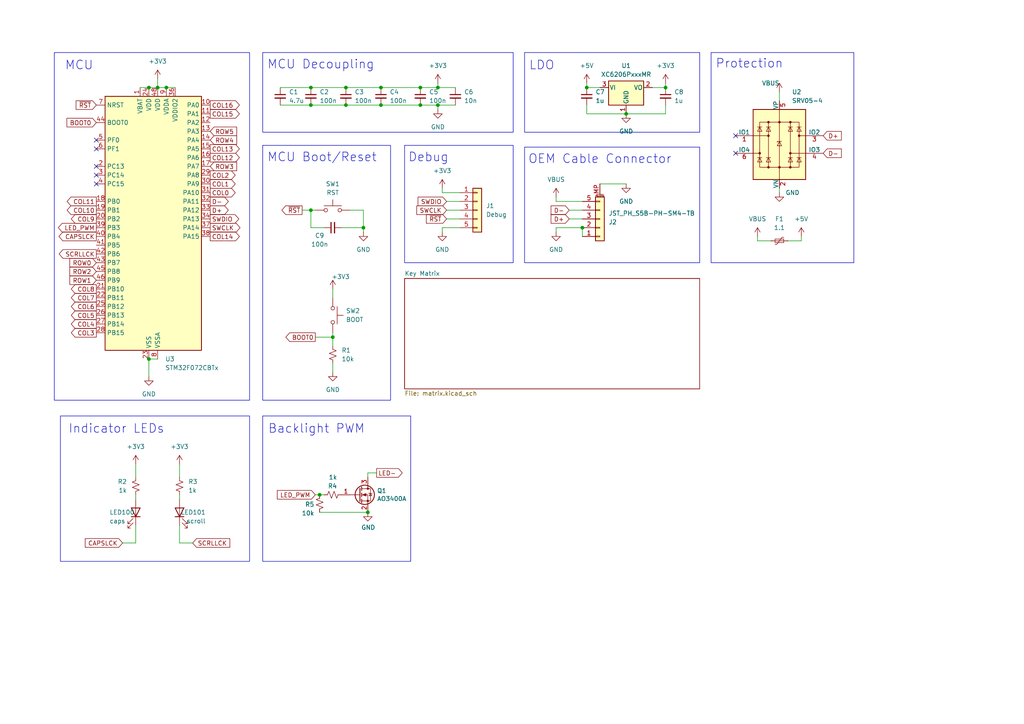
<source format=kicad_sch>
(kicad_sch (version 20231120) (generator "eeschema") (generator_version "8.0")
  (paper "A4")
  (title_block (title "Ghoul TKL") (date "2024-12-29") (rev "1.0"))
  (lib_symbols
    (symbol "Connector_Generic:Conn_01x05" (pin_names (offset 1.016) hide)
      (property "Reference" "J" (at 0 7.62 0))
      (property "Value" "Conn_01x05" (at 0 -7.62 0))
      (symbol "Conn_01x05_1_1"
        (rectangle (start -1.27 -4.953) (end 0 -5.207) (stroke (width 0.1524)))
        (rectangle (start -1.27 -2.413) (end 0 -2.667) (stroke (width 0.1524)))
        (rectangle (start -1.27 0.127) (end 0 -0.127) (stroke (width 0.1524)))
        (rectangle (start -1.27 2.667) (end 0 2.413) (stroke (width 0.1524)))
        (rectangle (start -1.27 5.207) (end 0 4.953) (stroke (width 0.1524)))
        (rectangle (start -1.27 6.35) (end 1.27 -6.35) (stroke (width 0.254)) (fill (type background)))
        (pin passive line (at -5.08 5.08 0) (length 3.81) (name "Pin_1") (number "1"))
        (pin passive line (at -5.08 2.54 0) (length 3.81) (name "Pin_2") (number "2"))
        (pin passive line (at -5.08 0 0) (length 3.81) (name "Pin_3") (number "3"))
        (pin passive line (at -5.08 -2.54 0) (length 3.81) (name "Pin_4") (number "4"))
        (pin passive line (at -5.08 -5.08 0) (length 3.81) (name "Pin_5") (number "5"))
      )
    )
    (symbol "Connector_Generic_MountingPin:Conn_01x05_MountingPin" (pin_names (offset 1.016) hide)
      (property "Reference" "J" (at 0 7.62 0))
      (property "Value" "Conn_01x05_MountingPin" (at 1.27 -7.62 0))
      (symbol "Conn_01x05_MountingPin_1_1"
        (rectangle (start -1.27 -4.953) (end 0 -5.207) (stroke (width 0.1524)))
        (rectangle (start -1.27 -2.413) (end 0 -2.667) (stroke (width 0.1524)))
        (rectangle (start -1.27 0.127) (end 0 -0.127) (stroke (width 0.1524)))
        (rectangle (start -1.27 2.667) (end 0 2.413) (stroke (width 0.1524)))
        (rectangle (start -1.27 5.207) (end 0 4.953) (stroke (width 0.1524)))
        (rectangle (start -1.27 6.35) (end 1.27 -6.35) (stroke (width 0.254)) (fill (type background)))
        (polyline (pts (xy -1.016 -7.112) (xy 1.016 -7.112)) (stroke (width 0.1524)))
        (text "Mounting" (at 0 -6.731 0) (effects (font (size 0.381 0.381))))
        (pin passive line (at -5.08 5.08 0) (length 3.81) (name "Pin_1") (number "1"))
        (pin passive line (at -5.08 2.54 0) (length 3.81) (name "Pin_2") (number "2"))
        (pin passive line (at -5.08 0 0) (length 3.81) (name "Pin_3") (number "3"))
        (pin passive line (at -5.08 -2.54 0) (length 3.81) (name "Pin_4") (number "4"))
        (pin passive line (at -5.08 -5.08 0) (length 3.81) (name "Pin_5") (number "5"))
        (pin passive line (at 0 -10.16 90) (length 3.048) (name "MountPin") (number "MP"))
      )
    )
    (symbol "Device:C_Small" (pin_numbers hide) (pin_names (offset 0.254) hide)
      (property "Reference" "C" (at 0.254 1.778 0))
      (property "Value" "C_Small" (at 0.254 -2.032 0))
      (symbol "C_Small_0_1"
        (polyline (pts (xy -1.524 -0.508) (xy 1.524 -0.508)) (stroke (width 0.3302)))
        (polyline (pts (xy -1.524 0.508) (xy 1.524 0.508)) (stroke (width 0.3048)))
      )
      (symbol "C_Small_1_1"
        (pin passive line (at 0 2.54 270) (length 2.032) (name "~") (number "1"))
        (pin passive line (at 0 -2.54 90) (length 2.032) (name "~") (number "2"))
      )
    )
    (symbol "Device:LED" (pin_numbers hide) (pin_names (offset 1.016) hide)
      (property "Reference" "D" (at 0 2.54 0))
      (property "Value" "LED" (at 0 -2.54 0))
      (symbol "LED_0_1"
        (polyline (pts (xy -1.27 -1.27) (xy -1.27 1.27)) (stroke (width 0.254)))
        (polyline (pts (xy -1.27 0) (xy 1.27 0)))
        (polyline (pts (xy 1.27 -1.27) (xy 1.27 1.27) (xy -1.27 0) (xy 1.27 -1.27)) (stroke (width 0.254)))
        (polyline (pts (xy -3.048 -0.762) (xy -4.572 -2.286) (xy -3.81 -2.286) (xy -4.572 -2.286) (xy -4.572 -1.524)))
        (polyline (pts (xy -1.778 -0.762) (xy -3.302 -2.286) (xy -2.54 -2.286) (xy -3.302 -2.286) (xy -3.302 -1.524)))
      )
      (symbol "LED_1_1"
        (pin passive line (at -3.81 0 0) (length 2.54) (name "K") (number "1"))
        (pin passive line (at 3.81 0 180) (length 2.54) (name "A") (number "2"))
      )
    )
    (symbol "Device:Polyfuse_Small" (pin_numbers hide) (pin_names (offset 0))
      (property "Reference" "F" (at -1.905 0 90))
      (property "Value" "Polyfuse_Small" (at 1.905 0 90))
      (symbol "Polyfuse_Small_0_1"
        (rectangle (start -0.508 1.27) (end 0.508 -1.27))
        (polyline (pts (xy 0 2.54) (xy 0 -2.54)))
        (polyline (pts (xy -1.016 1.27) (xy -1.016 0.762) (xy 1.016 -0.762) (xy 1.016 -1.27)))
      )
      (symbol "Polyfuse_Small_1_1"
        (pin passive line (at 0 2.54 270) (length 0.635) (name "~") (number "1"))
        (pin passive line (at 0 -2.54 90) (length 0.635) (name "~") (number "2"))
      )
    )
    (symbol "Device:Q_NMOS_GSD" (pin_names (offset 0) hide)
      (property "Reference" "Q" (at 5.08 1.27 0))
      (property "Value" "Q_NMOS_GSD" (at 5.08 -1.27 0))
      (symbol "Q_NMOS_GSD_0_1"
        (polyline (pts (xy 0.254 0) (xy -2.54 0)))
        (polyline (pts (xy 0.254 1.905) (xy 0.254 -1.905)) (stroke (width 0.254)))
        (polyline (pts (xy 0.762 -1.27) (xy 0.762 -2.286)) (stroke (width 0.254)))
        (polyline (pts (xy 0.762 0.508) (xy 0.762 -0.508)) (stroke (width 0.254)))
        (polyline (pts (xy 0.762 2.286) (xy 0.762 1.27)) (stroke (width 0.254)))
        (polyline (pts (xy 2.54 2.54) (xy 2.54 1.778)))
        (polyline (pts (xy 2.54 -2.54) (xy 2.54 0) (xy 0.762 0)))
        (polyline (pts (xy 0.762 -1.778) (xy 3.302 -1.778) (xy 3.302 1.778) (xy 0.762 1.778)))
        (polyline (pts (xy 1.016 0) (xy 2.032 0.381) (xy 2.032 -0.381) (xy 1.016 0)) (fill (type outline)))
        (polyline (pts (xy 2.794 0.508) (xy 2.921 0.381) (xy 3.683 0.381) (xy 3.81 0.254)))
        (polyline (pts (xy 3.302 0.381) (xy 2.921 -0.254) (xy 3.683 -0.254) (xy 3.302 0.381)))
        (circle (center 1.651 0) (radius 2.794) (stroke (width 0.254)))
        (circle (center 2.54 -1.778) (radius 0.254) (fill (type outline)))
        (circle (center 2.54 1.778) (radius 0.254) (fill (type outline)))
      )
      (symbol "Q_NMOS_GSD_1_1"
        (pin input line (at -5.08 0 0) (length 2.54) (name "G") (number "1"))
        (pin passive line (at 2.54 -5.08 90) (length 2.54) (name "S") (number "2"))
        (pin passive line (at 2.54 5.08 270) (length 2.54) (name "D") (number "3"))
      )
    )
    (symbol "Device:R_Small_US" (pin_numbers hide) (pin_names (offset 0.254) hide)
      (property "Reference" "R" (at 0.762 0.508 0))
      (property "Value" "R_Small_US" (at 0.762 -1.016 0))
      (symbol "R_Small_US_1_1"
        (polyline (pts (xy 0 0) (xy 1.016 -0.381) (xy 0 -0.762) (xy -1.016 -1.143) (xy 0 -1.524)))
        (polyline (pts (xy 0 1.524) (xy 1.016 1.143) (xy 0 0.762) (xy -1.016 0.381) (xy 0 0)))
        (pin passive line (at 0 2.54 270) (length 1.016) (name "~") (number "1"))
        (pin passive line (at 0 -2.54 90) (length 1.016) (name "~") (number "2"))
      )
    )
    (symbol "MCU_ST_STM32F0:STM32F072CBTx"
      (property "Reference" "U" (at -12.7 39.37 0))
      (property "Value" "STM32F072CBTx" (at 10.16 39.37 0))
      (symbol "STM32F072CBTx_0_1"
        (rectangle (start -12.7 -35.56) (end 15.24 38.1) (stroke (width 0.254)) (fill (type background)))
      )
      (symbol "STM32F072CBTx_1_1"
        (pin power_in line (at -2.54 40.64 270) (length 2.54) (name "VBAT") (number "1"))
        (pin bidirectional line (at 17.78 35.56 180) (length 2.54) (name "PA0") (number "10"))
        (pin bidirectional line (at 17.78 33.02 180) (length 2.54) (name "PA1") (number "11"))
        (pin bidirectional line (at 17.78 30.48 180) (length 2.54) (name "PA2") (number "12"))
        (pin bidirectional line (at 17.78 27.94 180) (length 2.54) (name "PA3") (number "13"))
        (pin bidirectional line (at 17.78 25.4 180) (length 2.54) (name "PA4") (number "14"))
        (pin bidirectional line (at 17.78 22.86 180) (length 2.54) (name "PA5") (number "15"))
        (pin bidirectional line (at 17.78 20.32 180) (length 2.54) (name "PA6") (number "16"))
        (pin bidirectional line (at 17.78 17.78 180) (length 2.54) (name "PA7") (number "17"))
        (pin bidirectional line (at -15.24 7.62 0) (length 2.54) (name "PB0") (number "18"))
        (pin bidirectional line (at -15.24 5.08 0) (length 2.54) (name "PB1") (number "19"))
        (pin bidirectional line (at -15.24 17.78 0) (length 2.54) (name "PC13") (number "2"))
        (pin bidirectional line (at -15.24 2.54 0) (length 2.54) (name "PB2") (number "20"))
        (pin bidirectional line (at -15.24 -17.78 0) (length 2.54) (name "PB10") (number "21"))
        (pin bidirectional line (at -15.24 -20.32 0) (length 2.54) (name "PB11") (number "22"))
        (pin power_in line (at 0 -38.1 90) (length 2.54) (name "VSS") (number "23"))
        (pin power_in line (at 0 40.64 270) (length 2.54) (name "VDD") (number "24"))
        (pin bidirectional line (at -15.24 -22.86 0) (length 2.54) (name "PB12") (number "25"))
        (pin bidirectional line (at -15.24 -25.4 0) (length 2.54) (name "PB13") (number "26"))
        (pin bidirectional line (at -15.24 -27.94 0) (length 2.54) (name "PB14") (number "27"))
        (pin bidirectional line (at -15.24 -30.48 0) (length 2.54) (name "PB15") (number "28"))
        (pin bidirectional line (at 17.78 15.24 180) (length 2.54) (name "PA8") (number "29"))
        (pin bidirectional line (at -15.24 15.24 0) (length 2.54) (name "PC14") (number "3"))
        (pin bidirectional line (at 17.78 12.7 180) (length 2.54) (name "PA9") (number "30"))
        (pin bidirectional line (at 17.78 10.16 180) (length 2.54) (name "PA10") (number "31"))
        (pin bidirectional line (at 17.78 7.62 180) (length 2.54) (name "PA11") (number "32"))
        (pin bidirectional line (at 17.78 5.08 180) (length 2.54) (name "PA12") (number "33"))
        (pin bidirectional line (at 17.78 2.54 180) (length 2.54) (name "PA13") (number "34"))
        (pin passive line (at 0 -38.1 90) (length 2.54) hide (name "VSS") (number "35"))
        (pin power_in line (at 7.62 40.64 270) (length 2.54) (name "VDDIO2") (number "36"))
        (pin bidirectional line (at 17.78 0 180) (length 2.54) (name "PA14") (number "37"))
        (pin bidirectional line (at 17.78 -2.54 180) (length 2.54) (name "PA15") (number "38"))
        (pin bidirectional line (at -15.24 0 0) (length 2.54) (name "PB3") (number "39"))
        (pin bidirectional line (at -15.24 12.7 0) (length 2.54) (name "PC15") (number "4"))
        (pin bidirectional line (at -15.24 -2.54 0) (length 2.54) (name "PB4") (number "40"))
        (pin bidirectional line (at -15.24 -5.08 0) (length 2.54) (name "PB5") (number "41"))
        (pin bidirectional line (at -15.24 -7.62 0) (length 2.54) (name "PB6") (number "42"))
        (pin bidirectional line (at -15.24 -10.16 0) (length 2.54) (name "PB7") (number "43"))
        (pin input line (at -15.24 30.48 0) (length 2.54) (name "BOOT0") (number "44"))
        (pin bidirectional line (at -15.24 -12.7 0) (length 2.54) (name "PB8") (number "45"))
        (pin bidirectional line (at -15.24 -15.24 0) (length 2.54) (name "PB9") (number "46"))
        (pin passive line (at 0 -38.1 90) (length 2.54) hide (name "VSS") (number "47"))
        (pin power_in line (at 2.54 40.64 270) (length 2.54) (name "VDD") (number "48"))
        (pin bidirectional line (at -15.24 25.4 0) (length 2.54) (name "PF0") (number "5"))
        (pin bidirectional line (at -15.24 22.86 0) (length 2.54) (name "PF1") (number "6"))
        (pin input line (at -15.24 35.56 0) (length 2.54) (name "NRST") (number "7"))
        (pin power_in line (at 2.54 -38.1 90) (length 2.54) (name "VSSA") (number "8"))
        (pin power_in line (at 5.08 40.64 270) (length 2.54) (name "VDDA") (number "9"))
      )
    )
    (symbol "PCM_marbastlib-various:SRV05-4" (pin_names (offset 0))
      (property "Reference" "U" (at -5.08 11.43 0))
      (property "Value" "SRV05-4" (at 2.54 11.43 0))
      (symbol "SRV05-4_0_0"
        (rectangle (start -5.715 6.477) (end 5.715 -6.604))
        (polyline (pts (xy -3.175 -6.604) (xy -3.175 6.477)))
        (polyline (pts (xy 3.175 6.477) (xy 3.175 -6.604)))
      )
      (symbol "SRV05-4_0_1"
        (rectangle (start -7.62 10.16) (end 7.62 -10.16) (stroke (width 0.254)) (fill (type background)))
        (circle (center -5.715 -2.54) (radius 0.2794) (fill (type outline)))
        (circle (center -3.175 -6.604) (radius 0.2794) (fill (type outline)))
        (circle (center -3.175 2.54) (radius 0.2794) (fill (type outline)))
        (circle (center -3.175 6.477) (radius 0.2794) (fill (type outline)))
        (circle (center 0 -6.604) (radius 0.2794) (fill (type outline)))
        (polyline (pts (xy -7.747 2.54) (xy -3.175 2.54)))
        (polyline (pts (xy -7.62 -2.54) (xy -5.715 -2.54)))
        (polyline (pts (xy -5.08 -3.81) (xy -6.35 -3.81)))
        (polyline (pts (xy -5.08 5.08) (xy -6.35 5.08)))
        (polyline (pts (xy -2.54 -3.81) (xy -3.81 -3.81)))
        (polyline (pts (xy -2.54 5.08) (xy -3.81 5.08)))
        (polyline (pts (xy 0 10.16) (xy 0 -10.16)))
        (polyline (pts (xy 3.81 -3.81) (xy 2.54 -3.81)))
        (polyline (pts (xy 3.81 5.08) (xy 2.54 5.08)))
        (polyline (pts (xy 6.35 -3.81) (xy 5.08 -3.81)))
        (polyline (pts (xy 6.35 5.08) (xy 5.08 5.08)))
        (polyline (pts (xy 7.62 -2.54) (xy 3.175 -2.54)))
        (polyline (pts (xy 7.62 2.54) (xy 5.715 2.54)))
        (polyline (pts (xy 0.635 0.889) (xy -0.635 0.889) (xy -0.635 0.635)))
        (polyline (pts (xy -5.08 -5.08) (xy -6.35 -5.08) (xy -5.715 -3.81) (xy -5.08 -5.08)))
        (polyline (pts (xy -5.08 3.81) (xy -6.35 3.81) (xy -5.715 5.08) (xy -5.08 3.81)))
        (polyline (pts (xy -2.54 -5.08) (xy -3.81 -5.08) (xy -3.175 -3.81) (xy -2.54 -5.08)))
        (polyline (pts (xy -2.54 3.81) (xy -3.81 3.81) (xy -3.175 5.08) (xy -2.54 3.81)))
        (polyline (pts (xy 0.635 -0.381) (xy -0.635 -0.381) (xy 0 0.889) (xy 0.635 -0.381)))
        (polyline (pts (xy 3.81 -5.08) (xy 2.54 -5.08) (xy 3.175 -3.81) (xy 3.81 -5.08)))
        (polyline (pts (xy 3.81 3.81) (xy 2.54 3.81) (xy 3.175 5.08) (xy 3.81 3.81)))
        (polyline (pts (xy 6.35 -5.08) (xy 5.08 -5.08) (xy 5.715 -3.81) (xy 6.35 -5.08)))
        (polyline (pts (xy 6.35 3.81) (xy 5.08 3.81) (xy 5.715 5.08) (xy 6.35 3.81)))
        (circle (center 0 6.477) (radius 0.2794) (fill (type outline)))
        (circle (center 3.175 -6.604) (radius 0.2794) (fill (type outline)))
        (circle (center 3.175 -2.54) (radius 0.2794) (fill (type outline)))
        (circle (center 3.175 6.477) (radius 0.2794) (fill (type outline)))
        (circle (center 5.715 2.54) (radius 0.2794) (fill (type outline)))
      )
      (symbol "SRV05-4_1_1"
        (pin passive line (at -12.7 2.54 0) (length 5.08) (name "IO1") (number "1"))
        (pin passive line (at 0 -12.7 90) (length 2.54) (name "VN") (number "2"))
        (pin passive line (at 12.7 2.54 180) (length 5.08) (name "IO2") (number "3"))
        (pin passive line (at 12.7 -2.54 180) (length 5.08) (name "IO3") (number "4"))
        (pin passive line (at 0 12.7 270) (length 2.54) (name "VP") (number "5"))
        (pin passive line (at -12.7 -2.54 0) (length 5.08) (name "IO4") (number "6"))
      )
    )
    (symbol "Regulator_Linear:XC6206PxxxMR" (pin_names (offset 0.254))
      (property "Reference" "U" (at -3.81 3.175 0))
      (property "Value" "XC6206PxxxMR" (at 0 3.175 0))
      (symbol "XC6206PxxxMR_0_1"
        (rectangle (start -5.08 1.905) (end 5.08 -5.08) (stroke (width 0.254)) (fill (type background)))
      )
      (symbol "XC6206PxxxMR_1_1"
        (pin power_in line (at 0 -7.62 90) (length 2.54) (name "GND") (number "1"))
        (pin power_out line (at 7.62 0 180) (length 2.54) (name "VO") (number "2"))
        (pin power_in line (at -7.62 0 0) (length 2.54) (name "VI") (number "3"))
      )
    )
    (symbol "Switch:SW_Push" (pin_numbers hide) (pin_names (offset 1.016) hide)
      (property "Reference" "SW" (at 1.27 2.54 0))
      (property "Value" "SW_Push" (at 0 -1.524 0))
      (symbol "SW_Push_0_1"
        (circle (center -2.032 0) (radius 0.508))
        (polyline (pts (xy 0 1.27) (xy 0 3.048)))
        (polyline (pts (xy 2.54 1.27) (xy -2.54 1.27)))
        (circle (center 2.032 0) (radius 0.508))
        (pin passive line (at -5.08 0 0) (length 2.54) (name "1") (number "1"))
        (pin passive line (at 5.08 0 180) (length 2.54) (name "2") (number "2"))
      )
    )
    (symbol "isometria-75-pcb-iso-rescue:GND-power" (power) (pin_names (offset 0))
      (property "Value" "power_GND" (at 0 -3.81 0))
      (symbol "GND-power_0_1"
        (polyline (pts (xy 0 0) (xy 0 -1.27) (xy 1.27 -1.27) (xy 0 -2.54) (xy -1.27 -1.27) (xy 0 -1.27)))
      )
      (symbol "GND-power_1_1"
        (pin power_in line (at 0 0 270) (length 0) hide (name "GND") (number "1"))
      )
    )
    (symbol "power:+3V3" (power) (pin_names (offset 0))
      (property "Value" "+3V3" (at 0 3.556 0))
      (symbol "+3V3_0_1"
        (polyline (pts (xy -0.762 1.27) (xy 0 2.54)))
        (polyline (pts (xy 0 0) (xy 0 2.54)))
        (polyline (pts (xy 0 2.54) (xy 0.762 1.27)))
      )
      (symbol "+3V3_1_1"
        (pin power_in line (at 0 0 90) (length 0) hide (name "+3V3") (number "1"))
      )
    )
    (symbol "power:+5V" (power) (pin_names (offset 0))
      (property "Value" "+5V" (at 0 3.556 0))
      (symbol "+5V_0_1"
        (polyline (pts (xy -0.762 1.27) (xy 0 2.54)))
        (polyline (pts (xy 0 0) (xy 0 2.54)))
        (polyline (pts (xy 0 2.54) (xy 0.762 1.27)))
      )
      (symbol "+5V_1_1"
        (pin power_in line (at 0 0 90) (length 0) hide (name "+5V") (number "1"))
      )
    )
    (symbol "power:GND" (power) (pin_names (offset 0))
      (property "Value" "GND" (at 0 -3.81 0))
      (symbol "GND_0_1"
        (polyline (pts (xy 0 0) (xy 0 -1.27) (xy 1.27 -1.27) (xy 0 -2.54) (xy -1.27 -1.27) (xy 0 -1.27)))
      )
      (symbol "GND_1_1"
        (pin power_in line (at 0 0 270) (length 0) hide (name "GND") (number "1"))
      )
    )
  )
  (junction (at 45.72 25.4))
  (junction (at 100.33 25.4))
  (junction (at 105.41 66.04))
  (junction (at 127 25.4))
  (junction (at 193.04 25.4))
  (junction (at 100.33 30.48))
  (junction (at 43.18 25.4))
  (junction (at 43.18 104.14))
  (junction (at 168.91 66.04))
  (junction (at 106.68 148.59))
  (junction (at 96.52 97.79))
  (junction (at 90.17 60.96))
  (junction (at 92.71 143.51))
  (junction (at 110.49 25.4))
  (junction (at 90.17 30.48))
  (junction (at 90.17 25.4))
  (junction (at 110.49 30.48))
  (junction (at 170.18 25.4))
  (junction (at 127 30.48))
  (junction (at 181.61 33.02))
  (junction (at 48.26 25.4))
  (junction (at 121.92 25.4))
  (junction (at 121.92 30.48))
  (no_connect (at 27.94 48.26))
  (no_connect (at 27.94 53.34))
  (no_connect (at 213.36 39.37))
  (no_connect (at 27.94 43.18))
  (no_connect (at 27.94 40.64))
  (no_connect (at 27.94 50.8))
  (no_connect (at 213.36 44.45))
  (wire (pts (xy 96.52 97.79) (xy 96.52 100.33)))
  (wire (pts (xy 90.17 25.4) (xy 100.33 25.4)))
  (wire (pts (xy 45.72 22.86) (xy 45.72 25.4)))
  (wire (pts (xy 228.6 69.85) (xy 232.41 69.85)))
  (wire (pts (xy 226.06 54.61) (xy 226.06 55.88)))
  (wire (pts (xy 110.49 30.48) (xy 121.92 30.48)))
  (wire (pts (xy 127 24.13) (xy 127 25.4)))
  (wire (pts (xy 91.44 143.51) (xy 92.71 143.51)))
  (wire (pts (xy 161.29 58.42) (xy 161.29 57.15)))
  (wire (pts (xy 52.07 143.51) (xy 52.07 144.78)))
  (wire (pts (xy 128.27 55.88) (xy 128.27 54.61)))
  (wire (pts (xy 90.17 66.04) (xy 90.17 60.96)))
  (wire (pts (xy 127 25.4) (xy 132.08 25.4)))
  (wire (pts (xy 99.06 66.04) (xy 105.41 66.04)))
  (wire (pts (xy 105.41 66.04) (xy 105.41 60.96)))
  (wire (pts (xy 52.07 157.48) (xy 52.07 152.4)))
  (wire (pts (xy 161.29 58.42) (xy 168.91 58.42)))
  (wire (pts (xy 127 30.48) (xy 127 31.75)))
  (wire (pts (xy 161.29 66.04) (xy 161.29 67.31)))
  (wire (pts (xy 96.52 97.79) (xy 96.52 96.52)))
  (wire (pts (xy 165.1 63.5) (xy 168.91 63.5)))
  (wire (pts (xy 193.04 30.48) (xy 193.04 33.02)))
  (wire (pts (xy 189.23 25.4) (xy 193.04 25.4)))
  (wire (pts (xy 45.72 25.4) (xy 48.26 25.4)))
  (wire (pts (xy 39.37 143.51) (xy 39.37 144.78)))
  (wire (pts (xy 100.33 25.4) (xy 110.49 25.4)))
  (wire (pts (xy 129.54 63.5) (xy 133.35 63.5)))
  (wire (pts (xy 223.52 69.85) (xy 219.71 69.85)))
  (wire (pts (xy 170.18 33.02) (xy 181.61 33.02)))
  (wire (pts (xy 165.1 60.96) (xy 168.91 60.96)))
  (wire (pts (xy 92.71 143.51) (xy 93.98 143.51)))
  (wire (pts (xy 55.88 157.48) (xy 52.07 157.48)))
  (wire (pts (xy 43.18 104.14) (xy 45.72 104.14)))
  (wire (pts (xy 90.17 30.48) (xy 100.33 30.48)))
  (wire (pts (xy 232.41 69.85) (xy 232.41 68.58)))
  (wire (pts (xy 170.18 25.4) (xy 173.99 25.4)))
  (wire (pts (xy 128.27 55.88) (xy 133.35 55.88)))
  (wire (pts (xy 93.98 66.04) (xy 90.17 66.04)))
  (wire (pts (xy 193.04 33.02) (xy 181.61 33.02)))
  (wire (pts (xy 87.63 60.96) (xy 90.17 60.96)))
  (wire (pts (xy 106.68 137.16) (xy 109.22 137.16)))
  (wire (pts (xy 121.92 30.48) (xy 127 30.48)))
  (wire (pts (xy 170.18 24.13) (xy 170.18 25.4)))
  (wire (pts (xy 96.52 83.82) (xy 96.52 86.36)))
  (wire (pts (xy 105.41 67.31) (xy 105.41 66.04)))
  (wire (pts (xy 39.37 157.48) (xy 39.37 152.4)))
  (wire (pts (xy 181.61 53.34) (xy 173.99 53.34)))
  (wire (pts (xy 161.29 66.04) (xy 168.91 66.04)))
  (wire (pts (xy 128.27 66.04) (xy 128.27 67.31)))
  (wire (pts (xy 52.07 134.62) (xy 52.07 138.43)))
  (wire (pts (xy 81.28 30.48) (xy 90.17 30.48)))
  (wire (pts (xy 110.49 25.4) (xy 121.92 25.4)))
  (wire (pts (xy 92.71 148.59) (xy 106.68 148.59)))
  (wire (pts (xy 100.33 30.48) (xy 110.49 30.48)))
  (wire (pts (xy 193.04 24.13) (xy 193.04 25.4)))
  (wire (pts (xy 81.28 25.4) (xy 90.17 25.4)))
  (wire (pts (xy 106.68 137.16) (xy 106.68 138.43)))
  (wire (pts (xy 90.17 60.96) (xy 91.44 60.96)))
  (wire (pts (xy 219.71 69.85) (xy 219.71 68.58)))
  (wire (pts (xy 121.92 25.4) (xy 127 25.4)))
  (wire (pts (xy 48.26 25.4) (xy 50.8 25.4)))
  (wire (pts (xy 39.37 157.48) (xy 35.56 157.48)))
  (wire (pts (xy 129.54 58.42) (xy 133.35 58.42)))
  (wire (pts (xy 170.18 30.48) (xy 170.18 33.02)))
  (wire (pts (xy 226.06 26.67) (xy 226.06 29.21)))
  (wire (pts (xy 96.52 105.41) (xy 96.52 107.95)))
  (wire (pts (xy 43.18 25.4) (xy 45.72 25.4)))
  (wire (pts (xy 39.37 134.62) (xy 39.37 138.43)))
  (wire (pts (xy 105.41 60.96) (xy 101.6 60.96)))
  (wire (pts (xy 168.91 66.04) (xy 168.91 68.58)))
  (wire (pts (xy 129.54 60.96) (xy 133.35 60.96)))
  (wire (pts (xy 91.44 97.79) (xy 96.52 97.79)))
  (wire (pts (xy 127 30.48) (xy 132.08 30.48)))
  (wire (pts (xy 43.18 104.14) (xy 43.18 109.22)))
  (wire (pts (xy 40.64 25.4) (xy 43.18 25.4)))
  (wire (pts (xy 133.35 66.04) (xy 128.27 66.04)))
  (rectangle (start 152.146 42.672) (end 202.946 76.2))
  (rectangle (start 206.248 15.24) (end 247.65 76.2))
  (rectangle (start 76.2 42.164) (end 113.284 116.078))
  (rectangle (start 117.348 42.164) (end 148.844 76.2))
  (rectangle (start 17.526 120.65) (end 72.39 162.814))
  (rectangle (start 152.146 15.24) (end 202.946 38.354))
  (rectangle (start 15.748 15.24) (end 72.39 116.078))
  (rectangle (start 76.2 120.65) (end 119.126 162.814))
  (rectangle (start 76.2 15.24) (end 148.844 38.354))
  (text "MCU" (at 18.796 19.05 0) (effects (font (size 2.54 2.54)) (justify left)))
  (text "Debug" (at 118.364 45.72 0) (effects (font (size 2.54 2.54)) (justify left)))
  (text "Protection" (at 207.518 18.542 0) (effects (font (size 2.54 2.54)) (justify left)))
  (text "OEM Cable Connector" (at 153.162 46.228 0) (effects (font (size 2.54 2.54)) (justify left)))
  (text "LDO" (at 153.416 19.05 0) (effects (font (size 2.54 2.54)) (justify left)))
  (text "MCU Boot/Reset" (at 77.47 45.72 0) (effects (font (size 2.54 2.54)) (justify left)))
  (text "Backlight PWM" (at 77.724 124.46 0) (effects (font (size 2.54 2.54)) (justify left)))
  (text "MCU Decoupling" (at 77.47 18.796 0) (effects (font (size 2.54 2.54)) (justify left)))
  (text "Indicator LEDs" (at 19.812 124.46 0) (effects (font (size 2.54 2.54)) (justify left)))
  (global_label "LED-" (shape output) (at 109.22 137.16 0) (property "Intersheetrefs" "${INTERSHEET_REFS}" (effects (hide yes))))
  (global_label "SCRLLCK" (shape input) (at 55.88 157.48 0) (property "Intersheetrefs" "${INTERSHEET_REFS}" (effects (hide yes))))
  (global_label "COL4" (shape output) (at 27.94 93.98 180) (property "Intersheetrefs" "${INTERSHEET_REFS}" (effects (hide yes))))
  (global_label "D-" (shape output) (at 60.96 58.42 0) (property "Intersheetrefs" "${INTERSHEET_REFS}" (effects (hide yes))))
  (global_label "~{RST}" (shape output) (at 87.63 60.96 180) (property "Intersheetrefs" "${INTERSHEET_REFS}" (effects (hide yes))))
  (global_label "D-" (shape input) (at 238.76 44.45 0) (property "Intersheetrefs" "${INTERSHEET_REFS}" (effects (hide yes))))
  (global_label "COL7" (shape output) (at 27.94 86.36 180) (property "Intersheetrefs" "${INTERSHEET_REFS}" (effects (hide yes))))
  (global_label "ROW0" (shape input) (at 27.94 76.2 180) (property "Intersheetrefs" "${INTERSHEET_REFS}" (effects (hide yes))))
  (global_label "SCRLLCK" (shape output) (at 27.94 73.66 180) (property "Intersheetrefs" "${INTERSHEET_REFS}" (effects (hide yes))))
  (global_label "COL8" (shape output) (at 27.94 83.82 180) (property "Intersheetrefs" "${INTERSHEET_REFS}" (effects (hide yes))))
  (global_label "D+" (shape input) (at 238.76 39.37 0) (property "Intersheetrefs" "${INTERSHEET_REFS}" (effects (hide yes))))
  (global_label "COL11" (shape output) (at 27.94 58.42 180) (property "Intersheetrefs" "${INTERSHEET_REFS}" (effects (hide yes))))
  (global_label "ROW2" (shape input) (at 27.94 78.74 180) (property "Intersheetrefs" "${INTERSHEET_REFS}" (effects (hide yes))))
  (global_label "COL2" (shape output) (at 60.96 50.8 0) (property "Intersheetrefs" "${INTERSHEET_REFS}" (effects (hide yes))))
  (global_label "SWDIO" (shape input) (at 129.54 58.42 180) (property "Intersheetrefs" "${INTERSHEET_REFS}" (effects (hide yes))))
  (global_label "COL5" (shape output) (at 27.94 91.44 180) (property "Intersheetrefs" "${INTERSHEET_REFS}" (effects (hide yes))))
  (global_label "COL1" (shape output) (at 60.96 53.34 0) (property "Intersheetrefs" "${INTERSHEET_REFS}" (effects (hide yes))))
  (global_label "ROW3" (shape input) (at 60.96 48.26 0) (property "Intersheetrefs" "${INTERSHEET_REFS}" (effects (hide yes))))
  (global_label "COL14" (shape output) (at 60.96 68.58 0) (property "Intersheetrefs" "${INTERSHEET_REFS}" (effects (hide yes))))
  (global_label "COL0" (shape output) (at 60.96 55.88 0) (property "Intersheetrefs" "${INTERSHEET_REFS}" (effects (hide yes))))
  (global_label "SWCLK" (shape input) (at 129.54 60.96 180) (property "Intersheetrefs" "${INTERSHEET_REFS}" (effects (hide yes))))
  (global_label "CAPSLCK" (shape output) (at 27.94 68.58 180) (property "Intersheetrefs" "${INTERSHEET_REFS}" (effects (hide yes))))
  (global_label "SWDIO" (shape output) (at 60.96 63.5 0) (property "Intersheetrefs" "${INTERSHEET_REFS}" (effects (hide yes))))
  (global_label "COL13" (shape output) (at 60.96 43.18 0) (property "Intersheetrefs" "${INTERSHEET_REFS}" (effects (hide yes))))
  (global_label "COL10" (shape output) (at 27.94 60.96 180) (property "Intersheetrefs" "${INTERSHEET_REFS}" (effects (hide yes))))
  (global_label "COL15" (shape output) (at 60.96 33.02 0) (property "Intersheetrefs" "${INTERSHEET_REFS}" (effects (hide yes))))
  (global_label "COL3" (shape output) (at 27.94 96.52 180) (property "Intersheetrefs" "${INTERSHEET_REFS}" (effects (hide yes))))
  (global_label "COL9" (shape output) (at 27.94 63.5 180) (property "Intersheetrefs" "${INTERSHEET_REFS}" (effects (hide yes))))
  (global_label "SWCLK" (shape output) (at 60.96 66.04 0) (property "Intersheetrefs" "${INTERSHEET_REFS}" (effects (hide yes))))
  (global_label "ROW1" (shape input) (at 27.94 81.28 180) (property "Intersheetrefs" "${INTERSHEET_REFS}" (effects (hide yes))))
  (global_label "D-" (shape input) (at 165.1 60.96 180) (property "Intersheetrefs" "${INTERSHEET_REFS}" (effects (hide yes))))
  (global_label "BOOT0" (shape input) (at 27.94 35.56 180) (property "Intersheetrefs" "${INTERSHEET_REFS}" (effects (hide yes))))
  (global_label "D+" (shape input) (at 165.1 63.5 180) (property "Intersheetrefs" "${INTERSHEET_REFS}" (effects (hide yes))))
  (global_label "~{RST}" (shape input) (at 129.54 63.5 180) (property "Intersheetrefs" "${INTERSHEET_REFS}" (effects (hide yes))))
  (global_label "COL12" (shape output) (at 60.96 45.72 0) (property "Intersheetrefs" "${INTERSHEET_REFS}" (effects (hide yes))))
  (global_label "COL16" (shape output) (at 60.96 30.48 0) (property "Intersheetrefs" "${INTERSHEET_REFS}" (effects (hide yes))))
  (global_label "LED_PWM" (shape input) (at 91.44 143.51 180) (property "Intersheetrefs" "${INTERSHEET_REFS}" (effects (hide yes))))
  (global_label "COL6" (shape output) (at 27.94 88.9 180) (property "Intersheetrefs" "${INTERSHEET_REFS}" (effects (hide yes))))
  (global_label "LED_PWM" (shape output) (at 27.94 66.04 180) (property "Intersheetrefs" "${INTERSHEET_REFS}" (effects (hide yes))))
  (global_label "ROW4" (shape input) (at 60.96 40.64 0) (property "Intersheetrefs" "${INTERSHEET_REFS}" (effects (hide yes))))
  (global_label "ROW5" (shape input) (at 60.96 38.1 0) (property "Intersheetrefs" "${INTERSHEET_REFS}" (effects (hide yes))))
  (global_label "BOOT0" (shape output) (at 91.44 97.79 180) (property "Intersheetrefs" "${INTERSHEET_REFS}" (effects (hide yes))))
  (global_label "~{RST}" (shape input) (at 27.94 30.48 180) (property "Intersheetrefs" "${INTERSHEET_REFS}" (effects (hide yes))))
  (global_label "CAPSLCK" (shape input) (at 35.56 157.48 180) (property "Intersheetrefs" "${INTERSHEET_REFS}" (effects (hide yes))))
  (global_label "D+" (shape output) (at 60.96 60.96 0) (property "Intersheetrefs" "${INTERSHEET_REFS}" (effects (hide yes))))
  (symbol (lib_id "PCM_marbastlib-various:SRV05-4") (at 226.06 41.91 0) (unit 1)
    (property "Reference" "U2" (at 229.6861 26.67 0) (effects (justify left)))
    (property "Value" "SRV05-4" (at 229.6861 29.21 0) (effects (justify left)))
    (property "Footprint" "PCM_marbastlib-various:SOT-23-6-routable" (effects (hide yes)))
    (property "Datasheet" "http://www.onsemi.com/pub/Collateral/SRV05-4-D.PDF" (effects (hide yes)))
    (property "LCSC" "C85364" (effects (hide yes)))
  )
  (symbol (lib_id "Device:Q_NMOS_GSD") (at 104.14 143.51 0) (unit 1)
    (property "Reference" "Q1" (at 109.347 142.3416 0) (effects (justify left)))
    (property "Value" "AO3400A" (at 109.347 144.653 0) (effects (justify left)))
    (property "Footprint" "Package_TO_SOT_SMD:SOT-23" (effects (hide yes)))
    (property "Datasheet" "https://datasheet.lcsc.com/szlcsc/Alpha-Omega-Semicon-AOS-AO3400A_C20917.pdf" (effects (hide yes)))
    (property "LCSC" "C20917" (effects (hide yes)))
  )
  (symbol (lib_id "power:GND") (at 105.41 67.31 0) (unit 1)
    (property "Reference" "#PWR012" (effects (hide yes)))
    (property "Value" "GND" (at 105.41 72.39 0))
  )
  (symbol (lib_id "Regulator_Linear:XC6206PxxxMR") (at 181.61 25.4 0) (unit 1)
    (property "Reference" "U1" (at 181.61 19.05 0))
    (property "Value" "XC6206PxxxMR" (at 181.61 21.59 0))
    (property "Footprint" "Package_TO_SOT_SMD:SOT-23-3" (effects (hide yes)))
    (property "Datasheet" "https://www.torexsemi.com/file/xc6206/XC6206.pdf" (effects (hide yes)))
    (property "LCSC" "C5446" (effects (hide yes)))
  )
  (symbol (lib_id "power:+3V3") (at 45.72 22.86 0) (unit 1)
    (property "Reference" "#PWR01" (effects (hide yes)))
    (property "Value" "+3V3" (at 45.72 17.78 0))
  )
  (symbol (lib_id "Device:C_Small") (at 90.17 27.94 0) (unit 1)
    (property "Reference" "C2" (at 92.71 26.6763 0) (effects (justify left)))
    (property "Value" "100n" (at 92.71 29.2163 0) (effects (justify left)))
    (property "Footprint" "Capacitor_SMD:C_0402_1005Metric" (effects (hide yes)))
    (property "LCSC" "C1525" (effects (hide yes)))
  )
  (symbol (lib_id "Switch:SW_Push") (at 96.52 91.44 270) (unit 1)
    (property "Reference" "SW2" (at 100.33 90.1699 90) (effects (justify left)))
    (property "Value" "BOOT" (at 100.33 92.7099 90) (effects (justify left)))
    (property "Footprint" "Button_Switch_SMD:SW_SPST_TL3342" (effects (hide yes)))
    (property "LCSC" "C318884" (effects (hide yes)))
  )
  (symbol (lib_id "Device:R_Small_US") (at 92.71 146.05 0) (mirror y) (unit 1)
    (property "Reference" "R5" (at 91.186 146.304 0) (effects (justify left)))
    (property "Value" "10k" (at 91.186 148.844 0) (effects (justify left)))
    (property "Footprint" "Resistor_SMD:R_0603_1608Metric" (effects (hide yes)))
    (property "Description" "Resistor, small US symbol" (effects (hide yes)))
    (property "LCSC" "C25804" (effects (hide yes)))
  )
  (symbol (lib_id "power:+5V") (at 232.41 68.58 0) (unit 1)
    (property "Reference" "#PWR016" (effects (hide yes)))
    (property "Value" "+5V" (at 232.41 63.5 0))
  )
  (symbol (lib_id "Device:Polyfuse_Small") (at 226.06 69.85 90) (unit 1)
    (property "Reference" "F1" (at 226.06 63.5 90))
    (property "Value" "1.1" (at 226.06 66.04 90))
    (property "Footprint" "Fuse:Fuse_1206_3216Metric" (effects (hide yes)))
    (property "LCSC" "C2760273" (effects (hide yes)))
  )
  (symbol (lib_id "Device:C_Small") (at 132.08 27.94 0) (unit 1)
    (property "Reference" "C6" (at 134.62 26.6763 0) (effects (justify left)))
    (property "Value" "10n" (at 134.62 29.2163 0) (effects (justify left)))
    (property "Footprint" "Capacitor_SMD:C_0402_1005Metric" (effects (hide yes)))
    (property "LCSC" "C15195" (effects (hide yes)))
  )
  (symbol (lib_id "Device:LED") (at 39.37 148.59 270) (mirror x) (unit 1) (in_bom no)
    (property "Reference" "LED100" (at 31.75 148.59 90) (effects (justify left)))
    (property "Value" "caps" (at 31.75 151.13 90) (effects (justify left)))
    (property "Footprint" "LED_THT:LED_D3.0mm" (effects (hide yes)))
  )
  (symbol (lib_id "Device:LED") (at 52.07 148.59 90) (unit 1) (in_bom no)
    (property "Reference" "LED101" (at 59.69 148.59 90) (effects (justify left)))
    (property "Value" "scroll" (at 59.69 151.13 90) (effects (justify left)))
    (property "Footprint" "LED_THT:LED_D3.0mm" (effects (hide yes)))
  )
  (symbol (lib_id "power:+3V3") (at 193.04 24.13 0) (unit 1)
    (property "Reference" "#PWR04" (effects (hide yes)))
    (property "Value" "+3V3" (at 193.04 19.05 0))
  )
  (symbol (lib_id "power:+5V") (at 226.06 26.67 0) (unit 1)
    (property "Reference" "#PWR05" (effects (hide yes)))
    (property "Value" "VBUS" (at 223.52 24.13 0))
  )
  (symbol (lib_id "Device:C_Small") (at 96.52 66.04 90) (unit 1)
    (property "Reference" "C9" (at 92.71 68.326 90))
    (property "Value" "100n" (at 92.71 70.866 90))
    (property "Footprint" "Capacitor_SMD:C_0402_1005Metric" (effects (hide yes)))
    (property "LCSC" "C1525" (effects (hide yes)))
  )
  (symbol (lib_id "power:+5V") (at 161.29 57.15 0) (unit 1)
    (property "Reference" "#PWR011" (effects (hide yes)))
    (property "Value" "VBUS" (at 161.29 52.07 0))
  )
  (symbol (lib_id "Device:C_Small") (at 170.18 27.94 0) (unit 1)
    (property "Reference" "C7" (at 172.72 26.6763 0) (effects (justify left)))
    (property "Value" "1u" (at 172.72 29.2163 0) (effects (justify left)))
    (property "Footprint" "Capacitor_SMD:C_0402_1005Metric" (effects (hide yes)))
    (property "LCSC" "C52923" (effects (hide yes)))
  )
  (symbol (lib_id "Connector_Generic:Conn_01x05") (at 138.43 60.96 0) (unit 1) (in_bom no)
    (property "Reference" "J1" (at 140.97 59.6899 0) (effects (justify left)))
    (property "Value" "Debug" (at 140.97 62.2299 0) (effects (justify left)))
    (property "Footprint" "Connector_PinHeader_2.54mm:PinHeader_1x05_P2.54mm_Vertical" (effects (hide yes)))
    (property "Description" "Generic connector, single row, 01x05, script generated (kicad-library-utils/schlib/autogen/connector/)" (effects (hide yes)))
  )
  (symbol (lib_id "power:GND") (at 226.06 55.88 0) (mirror y) (unit 1)
    (property "Reference" "#PWR010" (effects (hide yes)))
    (property "Value" "GND" (at 229.87 55.88 0))
  )
  (symbol (lib_id "power:+3V3") (at 128.27 54.61 0) (unit 1)
    (property "Reference" "#PWR09" (effects (hide yes)))
    (property "Value" "+3V3" (at 128.27 49.53 0))
  )
  (symbol (lib_id "Connector_Generic_MountingPin:Conn_01x05_MountingPin") (at 173.99 63.5 0) (mirror x) (unit 1)
    (property "Reference" "J2" (at 176.53 64.4145 0) (effects (justify left)))
    (property "Value" "JST_PH_S5B-PH-SM4-TB" (at 176.53 61.8745 0) (effects (justify left)))
    (property "Footprint" "Connector_JST:JST_PH_S5B-PH-SM4-TB_1x05-1MP_P2.00mm_Horizontal" (effects (hide yes)))
    (property "Description" "Generic connectable mounting pin connector, single row, 01x05, script generated (kicad-library-utils/schlib/autogen/connector/)" (effects (hide yes)))
    (property "LCSC" "C265104" (effects (hide yes)))
  )
  (symbol (lib_id "Device:R_Small_US") (at 96.52 143.51 270) (unit 1)
    (property "Reference" "R4" (at 97.79 140.97 90) (effects (justify right)))
    (property "Value" "1k" (at 97.79 138.43 90) (effects (justify right)))
    (property "Footprint" "Resistor_SMD:R_0603_1608Metric" (effects (hide yes)))
    (property "Description" "Resistor, small US symbol" (effects (hide yes)))
    (property "LCSC" "C21190" (effects (hide yes)))
  )
  (symbol (lib_id "Device:R_Small_US") (at 96.52 102.87 0) (unit 1)
    (property "Reference" "R1" (at 99.06 101.5999 0) (effects (justify left)))
    (property "Value" "10k" (at 99.06 104.1399 0) (effects (justify left)))
    (property "Footprint" "Resistor_SMD:R_0603_1608Metric" (effects (hide yes)))
    (property "Description" "Resistor, small US symbol" (effects (hide yes)))
    (property "LCSC" "C25804" (effects (hide yes)))
  )
  (symbol (lib_id "power:+3V3") (at 96.52 83.82 0) (unit 1)
    (property "Reference" "#PWR017" (effects (hide yes)))
    (property "Value" "+3V3" (at 98.806 80.264 0))
  )
  (symbol (lib_id "power:+5V") (at 170.18 24.13 0) (unit 1)
    (property "Reference" "#PWR03" (effects (hide yes)))
    (property "Value" "+5V" (at 170.18 19.05 0))
  )
  (symbol (lib_id "power:GND") (at 43.18 109.22 0) (unit 1)
    (property "Reference" "#PWR026" (effects (hide yes)))
    (property "Value" "GND" (at 43.18 114.3 0))
  )
  (symbol (lib_id "Device:R_Small_US") (at 52.07 140.97 180) (unit 1)
    (property "Reference" "R3" (at 54.61 139.6999 0) (effects (justify right)))
    (property "Value" "1k" (at 54.61 142.2399 0) (effects (justify right)))
    (property "Footprint" "Resistor_SMD:R_0603_1608Metric" (effects (hide yes)))
    (property "Description" "Resistor, small US symbol" (effects (hide yes)))
    (property "LCSC" "C21190" (effects (hide yes)))
  )
  (symbol (lib_id "power:GND") (at 128.27 67.31 0) (unit 1)
    (property "Reference" "#PWR013" (effects (hide yes)))
    (property "Value" "GND" (at 128.27 72.39 0))
  )
  (symbol (lib_id "power:GND") (at 127 31.75 0) (unit 1)
    (property "Reference" "#PWR06" (effects (hide yes)))
    (property "Value" "GND" (at 127 36.83 0))
  )
  (symbol (lib_id "power:+3V3") (at 127 24.13 0) (unit 1)
    (property "Reference" "#PWR02" (effects (hide yes)))
    (property "Value" "+3V3" (at 127 19.05 0))
  )
  (symbol (lib_id "Device:C_Small") (at 193.04 27.94 0) (unit 1)
    (property "Reference" "C8" (at 195.58 26.6763 0) (effects (justify left)))
    (property "Value" "1u" (at 195.58 29.2163 0) (effects (justify left)))
    (property "Footprint" "Capacitor_SMD:C_0402_1005Metric" (effects (hide yes)))
    (property "LCSC" "C52923" (effects (hide yes)))
  )
  (symbol (lib_id "Device:R_Small_US") (at 39.37 140.97 0) (mirror x) (unit 1)
    (property "Reference" "R2" (at 36.83 139.7 0) (effects (justify right)))
    (property "Value" "1k" (at 36.83 142.24 0) (effects (justify right)))
    (property "Footprint" "Resistor_SMD:R_0603_1608Metric" (effects (hide yes)))
    (property "Description" "Resistor, small US symbol" (effects (hide yes)))
    (property "LCSC" "C21190" (effects (hide yes)))
  )
  (symbol (lib_id "Device:C_Small") (at 110.49 27.94 0) (unit 1)
    (property "Reference" "C4" (at 113.03 26.6763 0) (effects (justify left)))
    (property "Value" "100n" (at 113.03 29.2163 0) (effects (justify left)))
    (property "Footprint" "Capacitor_SMD:C_0402_1005Metric" (effects (hide yes)))
    (property "LCSC" "C1525" (effects (hide yes)))
  )
  (symbol (lib_id "power:GND") (at 181.61 53.34 0) (unit 1)
    (property "Reference" "#PWR08" (effects (hide yes)))
    (property "Value" "GND" (at 181.61 58.42 0))
  )
  (symbol (lib_id "power:GND") (at 181.61 33.02 0) (unit 1)
    (property "Reference" "#PWR07" (effects (hide yes)))
    (property "Value" "GND" (at 181.61 38.1 0))
  )
  (symbol (lib_id "isometria-75-pcb-iso-rescue:GND-power") (at 106.68 148.59 0) (unit 1)
    (property "Reference" "#PWR029" (effects (hide yes)))
    (property "Value" "GND" (at 106.807 152.9842 0))
  )
  (symbol (lib_id "Device:C_Small") (at 121.92 27.94 0) (unit 1)
    (property "Reference" "C5" (at 124.46 26.6763 0) (effects (justify left)))
    (property "Value" "100n" (at 124.46 29.2163 0) (effects (justify left)))
    (property "Footprint" "Capacitor_SMD:C_0402_1005Metric" (effects (hide yes)))
    (property "LCSC" "C1525" (effects (hide yes)))
  )
  (symbol (lib_id "power:+3V3") (at 39.37 134.62 0) (unit 1)
    (property "Reference" "#PWR027" (effects (hide yes)))
    (property "Value" "+3V3" (at 39.37 129.54 0))
  )
  (symbol (lib_id "power:GND") (at 96.52 107.95 0) (unit 1)
    (property "Reference" "#PWR018" (effects (hide yes)))
    (property "Value" "GND" (at 96.52 113.03 0))
  )
  (symbol (lib_id "power:GND") (at 161.29 67.31 0) (unit 1)
    (property "Reference" "#PWR014" (effects (hide yes)))
    (property "Value" "GND" (at 161.29 72.39 0))
  )
  (symbol (lib_id "MCU_ST_STM32F0:STM32F072CBTx") (at 43.18 66.04 0) (unit 1)
    (property "Reference" "U3" (at 47.9141 104.14 0) (effects (justify left)))
    (property "Value" "STM32F072CBTx" (at 47.9141 106.68 0) (effects (justify left)))
    (property "Footprint" "Package_QFP:LQFP-48_7x7mm_P0.5mm" (effects (hide yes)))
    (property "Datasheet" "https://www.st.com/resource/en/datasheet/stm32f072cb.pdf" (effects (hide yes)))
    (property "LCSC" "C81720" (effects (hide yes)))
  )
  (symbol (lib_id "Device:C_Small") (at 100.33 27.94 0) (unit 1)
    (property "Reference" "C3" (at 102.87 26.6763 0) (effects (justify left)))
    (property "Value" "100n" (at 102.87 29.2163 0) (effects (justify left)))
    (property "Footprint" "Capacitor_SMD:C_0402_1005Metric" (effects (hide yes)))
    (property "LCSC" "C1525" (effects (hide yes)))
  )
  (symbol (lib_id "power:+3V3") (at 52.07 134.62 0) (unit 1)
    (property "Reference" "#PWR028" (effects (hide yes)))
    (property "Value" "+3V3" (at 52.07 129.54 0))
  )
  (symbol (lib_id "Switch:SW_Push") (at 96.52 60.96 0) (unit 1)
    (property "Reference" "SW1" (at 96.52 53.34 0))
    (property "Value" "RST" (at 96.52 55.88 0))
    (property "Footprint" "Button_Switch_SMD:SW_SPST_TL3342" (effects (hide yes)))
    (property "LCSC" "C318884" (effects (hide yes)))
  )
  (symbol (lib_id "power:+5V") (at 219.71 68.58 0) (unit 1)
    (property "Reference" "#PWR015" (effects (hide yes)))
    (property "Value" "VBUS" (at 219.71 63.5 0))
  )
  (symbol (lib_id "Device:C_Small") (at 81.28 27.94 0) (unit 1)
    (property "Reference" "C1" (at 83.82 26.6763 0) (effects (justify left)))
    (property "Value" "4.7u" (at 83.82 29.2163 0) (effects (justify left)))
    (property "Footprint" "Capacitor_SMD:C_0402_1005Metric" (effects (hide yes)))
    (property "LCSC" "C23733" (effects (hide yes)))
  )
  (sheet (at 117.348 80.772) (size 85.598 32.004) (stroke (width 0.1524))
    (property "Sheetname" "Key Matrix" (at 117.348 80.0604 0) (effects (justify left bottom)))
    (property "Sheetfile" "matrix.kicad_sch" (at 117.348 113.3606 0) (effects (justify left top)))
  )
)
</source>
